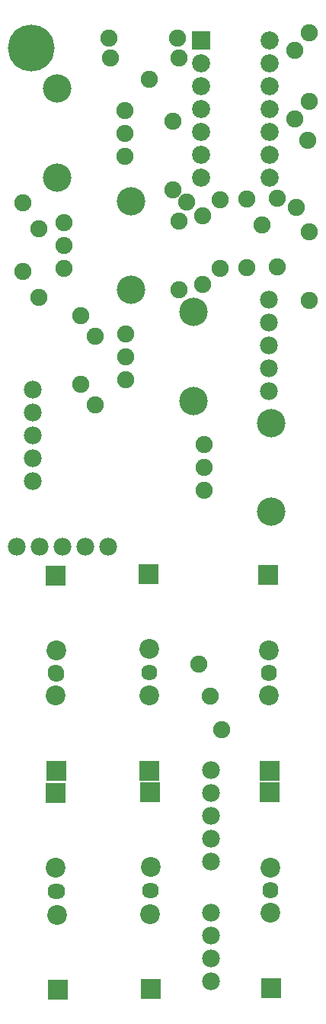
<source format=gtl>
G04 MADE WITH FRITZING*
G04 WWW.FRITZING.ORG*
G04 DOUBLE SIDED*
G04 HOLES PLATED*
G04 CONTOUR ON CENTER OF CONTOUR VECTOR*
%ASAXBY*%
%FSLAX23Y23*%
%MOIN*%
%OFA0B0*%
%SFA1.0B1.0*%
%ADD10C,0.078000*%
%ADD11C,0.075000*%
%ADD12C,0.086614*%
%ADD13C,0.086555*%
%ADD14C,0.070232*%
%ADD15C,0.074667*%
%ADD16C,0.074695*%
%ADD17C,0.124033*%
%ADD18C,0.079370*%
%ADD19C,0.204725*%
%ADD20R,0.086614X0.086614*%
%ADD21R,0.079370X0.079370*%
%LNCOPPER1*%
G90*
G70*
G54D10*
X1175Y3212D03*
X1175Y3112D03*
X1175Y3012D03*
X1175Y2912D03*
X1175Y2812D03*
G54D11*
X652Y4174D03*
X869Y1619D03*
X1147Y3538D03*
X969Y1330D03*
X816Y3638D03*
X920Y1477D03*
G54D10*
X144Y2819D03*
X144Y2719D03*
X144Y2619D03*
X144Y2519D03*
X144Y2419D03*
G54D12*
X648Y2012D03*
G54D13*
X651Y1684D03*
G54D14*
X651Y1582D03*
G54D12*
X244Y2005D03*
G54D13*
X246Y1678D03*
G54D14*
X246Y1575D03*
G54D15*
X550Y3062D03*
X550Y2962D03*
G54D16*
X550Y2862D03*
G54D17*
X846Y3156D03*
X846Y2767D03*
G54D15*
X891Y2577D03*
X891Y2477D03*
G54D16*
X891Y2377D03*
G54D17*
X1187Y2671D03*
X1187Y2283D03*
G54D15*
X278Y3547D03*
X278Y3447D03*
G54D16*
X278Y3347D03*
G54D17*
X573Y3641D03*
X573Y3253D03*
G54D15*
X545Y3839D03*
X545Y3939D03*
G54D16*
X545Y4039D03*
G54D17*
X249Y3745D03*
X249Y4133D03*
G54D12*
X241Y1054D03*
G54D13*
X243Y726D03*
G54D14*
X243Y624D03*
G54D10*
X922Y230D03*
X922Y330D03*
X922Y430D03*
X922Y530D03*
X72Y2130D03*
X172Y2130D03*
X272Y2130D03*
X372Y2130D03*
X472Y2130D03*
G54D12*
X654Y1152D03*
G54D13*
X651Y1480D03*
G54D14*
X651Y1582D03*
G54D12*
X1173Y2006D03*
G54D13*
X1176Y1678D03*
G54D14*
X1176Y1576D03*
G54D12*
X1180Y1152D03*
G54D13*
X1177Y1480D03*
G54D14*
X1177Y1582D03*
G54D12*
X1180Y1057D03*
G54D13*
X1182Y729D03*
G54D14*
X1182Y627D03*
G54D12*
X1185Y202D03*
G54D13*
X1182Y530D03*
G54D14*
X1182Y632D03*
G54D12*
X656Y1057D03*
G54D13*
X658Y730D03*
G54D14*
X658Y627D03*
G54D12*
X247Y1152D03*
G54D13*
X244Y1480D03*
G54D14*
X244Y1582D03*
G54D12*
X252Y194D03*
G54D13*
X250Y522D03*
G54D14*
X250Y624D03*
G54D12*
X658Y196D03*
G54D13*
X655Y524D03*
G54D14*
X655Y626D03*
G54D18*
X880Y4344D03*
X1180Y4344D03*
X880Y4244D03*
X1180Y4244D03*
X880Y4144D03*
X1180Y4144D03*
X880Y4044D03*
X1180Y4044D03*
X880Y3944D03*
X1180Y3944D03*
X880Y3844D03*
X1180Y3844D03*
X880Y3744D03*
X1180Y3744D03*
G54D11*
X416Y3051D03*
X416Y2751D03*
X1288Y4000D03*
X1288Y4300D03*
X353Y3142D03*
X353Y2842D03*
X168Y3522D03*
X168Y3222D03*
X98Y3633D03*
X98Y3333D03*
X1353Y3508D03*
X1353Y3208D03*
X962Y3647D03*
X962Y3347D03*
X782Y3555D03*
X782Y3255D03*
X1354Y4378D03*
X1354Y4078D03*
X1213Y3354D03*
X1213Y3654D03*
X756Y3992D03*
X756Y3692D03*
X483Y4266D03*
X783Y4266D03*
X1346Y3908D03*
X1295Y3613D03*
X1080Y3652D03*
X1080Y3352D03*
X475Y4355D03*
X775Y4355D03*
X886Y3276D03*
X886Y3576D03*
G54D19*
X137Y4312D03*
G54D10*
X922Y755D03*
X922Y855D03*
X922Y955D03*
X922Y1055D03*
X922Y1155D03*
G54D20*
X648Y2012D03*
X244Y2005D03*
X241Y1054D03*
X654Y1152D03*
X1173Y2006D03*
X1180Y1152D03*
X1180Y1057D03*
X1185Y202D03*
X656Y1057D03*
X247Y1152D03*
X252Y194D03*
X658Y196D03*
G54D21*
X880Y4344D03*
G04 End of Copper1*
M02*
</source>
